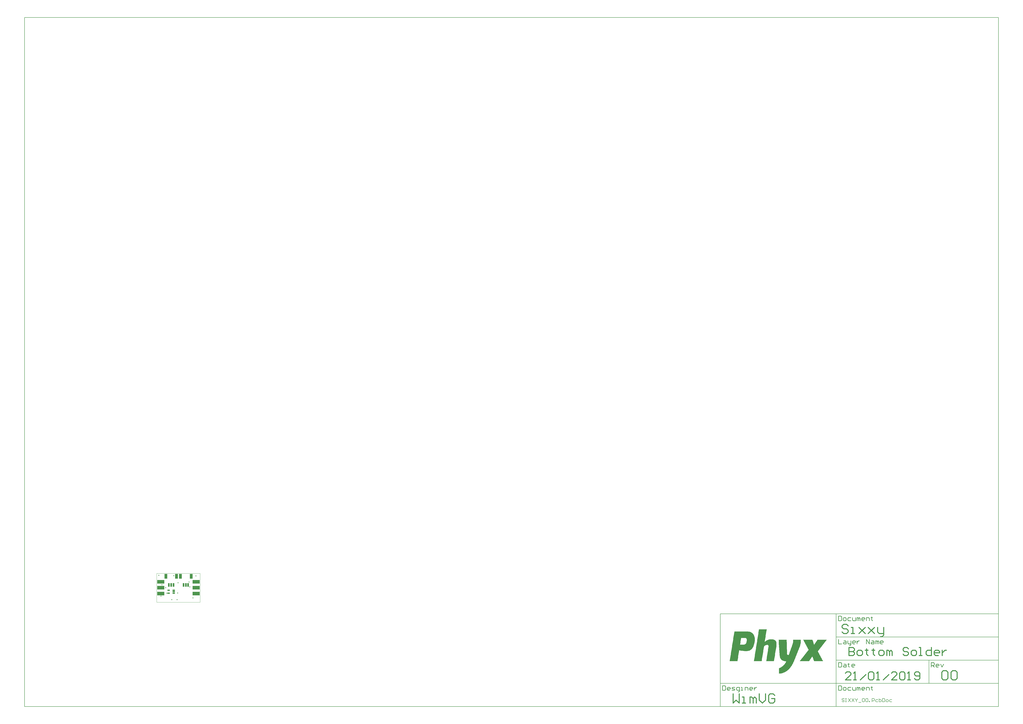
<source format=gbs>
G04*
G04 #@! TF.GenerationSoftware,Altium Limited,Altium Designer,18.1.9 (240)*
G04*
G04 Layer_Color=16711935*
%FSLAX25Y25*%
%MOIN*%
G70*
G01*
G75*
%ADD12C,0.01575*%
%ADD15C,0.00394*%
%ADD16C,0.00787*%
%ADD17C,0.00984*%
%ADD30R,0.12205X0.06299*%
%ADD31R,0.03937X0.01968*%
%ADD32R,0.02756X0.06496*%
%ADD33R,0.05118X0.08268*%
%ADD34C,0.01575*%
G36*
X1004477Y-50003D02*
X1006195D01*
Y-50289D01*
X1007054D01*
Y-50575D01*
X1007913D01*
Y-50862D01*
X1008772D01*
Y-51148D01*
X1009345D01*
Y-51434D01*
X1009631D01*
Y-51720D01*
X1010203D01*
Y-52007D01*
X1010490D01*
Y-52293D01*
X1011062D01*
Y-52579D01*
X1011349D01*
Y-52866D01*
X1011635D01*
Y-53152D01*
X1011921D01*
Y-53438D01*
X1012208D01*
Y-53725D01*
X1012494D01*
Y-54011D01*
X1012780D01*
Y-54297D01*
Y-54584D01*
X1013067D01*
Y-54870D01*
X1013353D01*
Y-55156D01*
Y-55443D01*
X1013639D01*
Y-55729D01*
X1013926D01*
Y-56015D01*
Y-56301D01*
X1014212D01*
Y-56588D01*
Y-56874D01*
Y-57161D01*
X1014498D01*
Y-57447D01*
Y-57733D01*
Y-58019D01*
X1014785D01*
Y-58306D01*
Y-58592D01*
Y-58878D01*
Y-59165D01*
X1015071D01*
Y-59451D01*
Y-59737D01*
Y-60024D01*
Y-60310D01*
Y-60596D01*
X1015357D01*
Y-60883D01*
Y-61169D01*
Y-61455D01*
Y-61742D01*
Y-62028D01*
Y-62314D01*
Y-62600D01*
Y-62887D01*
Y-63173D01*
Y-63459D01*
Y-63746D01*
Y-64032D01*
Y-64318D01*
Y-64605D01*
Y-64891D01*
Y-65177D01*
Y-65464D01*
Y-65750D01*
Y-66036D01*
Y-66322D01*
X1015071D01*
Y-66609D01*
Y-66895D01*
Y-67181D01*
Y-67468D01*
Y-67754D01*
Y-68040D01*
Y-68327D01*
X1014785D01*
Y-68613D01*
Y-68899D01*
Y-69186D01*
Y-69472D01*
Y-69758D01*
X1014498D01*
Y-70044D01*
Y-70331D01*
Y-70617D01*
Y-70903D01*
Y-71190D01*
X1014212D01*
Y-71476D01*
Y-71762D01*
Y-72049D01*
X1013926D01*
Y-72335D01*
Y-72621D01*
Y-72908D01*
Y-73194D01*
X1013639D01*
Y-73480D01*
Y-73767D01*
Y-74053D01*
X1013353D01*
Y-74339D01*
Y-74625D01*
X1013067D01*
Y-74912D01*
Y-75198D01*
Y-75485D01*
X1012780D01*
Y-75771D01*
Y-76057D01*
X1012494D01*
Y-76343D01*
Y-76630D01*
X1012208D01*
Y-76916D01*
Y-77202D01*
X1011921D01*
Y-77489D01*
X1011635D01*
Y-77775D01*
Y-78061D01*
X1011349D01*
Y-78348D01*
X1011062D01*
Y-78634D01*
X1010776D01*
Y-78920D01*
Y-79207D01*
X1010490D01*
Y-79493D01*
X1010203D01*
Y-79779D01*
X1009917D01*
Y-80066D01*
X1009631D01*
Y-80352D01*
X1009345D01*
Y-80638D01*
X1008772D01*
Y-80924D01*
X1008486D01*
Y-81211D01*
X1007913D01*
Y-81497D01*
X1007627D01*
Y-81783D01*
X1007054D01*
Y-82070D01*
X1006195D01*
Y-82356D01*
X1005336D01*
Y-82642D01*
X1004477D01*
Y-82929D01*
X1002759D01*
Y-83215D01*
X997606D01*
Y-82929D01*
X995029D01*
Y-82642D01*
X993025D01*
Y-82356D01*
X991593D01*
Y-82070D01*
X990162D01*
Y-81783D01*
X988730D01*
Y-82070D01*
Y-82356D01*
Y-82642D01*
Y-82929D01*
Y-83215D01*
Y-83501D01*
Y-83788D01*
X988444D01*
Y-84074D01*
Y-84360D01*
Y-84646D01*
Y-84933D01*
Y-85219D01*
Y-85505D01*
X988157D01*
Y-85792D01*
Y-86078D01*
Y-86364D01*
Y-86651D01*
Y-86937D01*
Y-87223D01*
X987871D01*
Y-87510D01*
Y-87796D01*
Y-88082D01*
Y-88369D01*
Y-88655D01*
Y-88941D01*
Y-89227D01*
X987585D01*
Y-89514D01*
Y-89800D01*
Y-90086D01*
Y-90373D01*
Y-90659D01*
Y-90945D01*
X987298D01*
Y-91232D01*
Y-91518D01*
Y-91804D01*
Y-92091D01*
Y-92377D01*
Y-92663D01*
X987012D01*
Y-92950D01*
Y-93236D01*
Y-93522D01*
Y-93809D01*
Y-94095D01*
Y-94381D01*
Y-94667D01*
X986726D01*
Y-94954D01*
Y-95240D01*
Y-95526D01*
Y-95813D01*
Y-96099D01*
Y-96385D01*
X986440D01*
Y-96672D01*
Y-96958D01*
Y-97244D01*
Y-97531D01*
Y-97817D01*
Y-98103D01*
X986153D01*
Y-98390D01*
Y-98676D01*
Y-98962D01*
Y-99248D01*
Y-99535D01*
Y-99821D01*
Y-100107D01*
X972696D01*
Y-99821D01*
X972983D01*
Y-99535D01*
Y-99248D01*
Y-98962D01*
Y-98676D01*
Y-98390D01*
X973269D01*
Y-98103D01*
Y-97817D01*
Y-97531D01*
Y-97244D01*
Y-96958D01*
Y-96672D01*
Y-96385D01*
X973555D01*
Y-96099D01*
Y-95813D01*
Y-95526D01*
Y-95240D01*
Y-94954D01*
Y-94667D01*
X973842D01*
Y-94381D01*
Y-94095D01*
Y-93809D01*
Y-93522D01*
Y-93236D01*
Y-92950D01*
X974128D01*
Y-92663D01*
Y-92377D01*
Y-92091D01*
Y-91804D01*
Y-91518D01*
Y-91232D01*
Y-90945D01*
X974414D01*
Y-90659D01*
Y-90373D01*
Y-90086D01*
Y-89800D01*
Y-89514D01*
Y-89227D01*
X974701D01*
Y-88941D01*
Y-88655D01*
Y-88369D01*
Y-88082D01*
Y-87796D01*
Y-87510D01*
X974987D01*
Y-87223D01*
Y-86937D01*
Y-86651D01*
Y-86364D01*
Y-86078D01*
Y-85792D01*
X975273D01*
Y-85505D01*
Y-85219D01*
Y-84933D01*
Y-84646D01*
Y-84360D01*
Y-84074D01*
Y-83788D01*
X975560D01*
Y-83501D01*
Y-83215D01*
Y-82929D01*
Y-82642D01*
Y-82356D01*
Y-82070D01*
X975846D01*
Y-81783D01*
Y-81497D01*
Y-81211D01*
Y-80924D01*
Y-80638D01*
Y-80352D01*
X976132D01*
Y-80066D01*
Y-79779D01*
Y-79493D01*
Y-79207D01*
Y-78920D01*
Y-78634D01*
X976419D01*
Y-78348D01*
Y-78061D01*
Y-77775D01*
Y-77489D01*
Y-77202D01*
Y-76916D01*
Y-76630D01*
X976705D01*
Y-76343D01*
Y-76057D01*
Y-75771D01*
Y-75485D01*
Y-75198D01*
Y-74912D01*
X976991D01*
Y-74625D01*
Y-74339D01*
Y-74053D01*
Y-73767D01*
Y-73480D01*
Y-73194D01*
X977277D01*
Y-72908D01*
Y-72621D01*
Y-72335D01*
Y-72049D01*
Y-71762D01*
Y-71476D01*
Y-71190D01*
X977564D01*
Y-70903D01*
Y-70617D01*
Y-70331D01*
Y-70044D01*
Y-69758D01*
Y-69472D01*
X977850D01*
Y-69186D01*
Y-68899D01*
Y-68613D01*
Y-68327D01*
Y-68040D01*
Y-67754D01*
X978137D01*
Y-67468D01*
Y-67181D01*
Y-66895D01*
Y-66609D01*
Y-66322D01*
Y-66036D01*
X978423D01*
Y-65750D01*
Y-65464D01*
Y-65177D01*
Y-64891D01*
Y-64605D01*
Y-64318D01*
Y-64032D01*
X978709D01*
Y-63746D01*
Y-63459D01*
Y-63173D01*
Y-62887D01*
Y-62600D01*
Y-62314D01*
X978995D01*
Y-62028D01*
Y-61742D01*
Y-61455D01*
Y-61169D01*
Y-60883D01*
Y-60596D01*
X979282D01*
Y-60310D01*
Y-60024D01*
Y-59737D01*
Y-59451D01*
Y-59165D01*
Y-58878D01*
Y-58592D01*
X979568D01*
Y-58306D01*
Y-58019D01*
Y-57733D01*
Y-57447D01*
Y-57161D01*
Y-56874D01*
X979854D01*
Y-56588D01*
Y-56301D01*
Y-56015D01*
Y-55729D01*
Y-55443D01*
Y-55156D01*
X980141D01*
Y-54870D01*
Y-54584D01*
Y-54297D01*
Y-54011D01*
Y-53725D01*
Y-53438D01*
Y-53152D01*
X980427D01*
Y-52866D01*
Y-52579D01*
Y-52293D01*
Y-52007D01*
Y-51720D01*
Y-51434D01*
X980713D01*
Y-51148D01*
Y-50862D01*
Y-50575D01*
Y-50289D01*
Y-50003D01*
Y-49716D01*
X1004477D01*
Y-50003D01*
D02*
G37*
G36*
X1035685Y-46567D02*
Y-46853D01*
X1035399D01*
Y-47139D01*
Y-47426D01*
Y-47712D01*
Y-47998D01*
Y-48285D01*
Y-48571D01*
X1035113D01*
Y-48857D01*
Y-49144D01*
Y-49430D01*
Y-49716D01*
Y-50003D01*
Y-50289D01*
X1034826D01*
Y-50575D01*
Y-50862D01*
Y-51148D01*
Y-51434D01*
Y-51720D01*
Y-52007D01*
Y-52293D01*
X1034540D01*
Y-52579D01*
Y-52866D01*
Y-53152D01*
Y-53438D01*
Y-53725D01*
Y-54011D01*
X1034254D01*
Y-54297D01*
Y-54584D01*
Y-54870D01*
Y-55156D01*
Y-55443D01*
Y-55729D01*
X1033967D01*
Y-56015D01*
Y-56301D01*
Y-56588D01*
Y-56874D01*
Y-57161D01*
Y-57447D01*
Y-57733D01*
X1033681D01*
Y-58019D01*
Y-58306D01*
Y-58592D01*
Y-58878D01*
Y-59165D01*
Y-59451D01*
X1033395D01*
Y-59737D01*
Y-60024D01*
Y-60310D01*
Y-60596D01*
Y-60883D01*
Y-61169D01*
X1033109D01*
Y-61455D01*
Y-61742D01*
Y-62028D01*
Y-62314D01*
Y-62600D01*
Y-62887D01*
X1032822D01*
Y-63173D01*
Y-63459D01*
Y-63746D01*
Y-64032D01*
Y-64318D01*
Y-64605D01*
Y-64891D01*
X1032536D01*
Y-65177D01*
Y-65464D01*
Y-65750D01*
Y-66036D01*
Y-66322D01*
Y-66609D01*
X1032250D01*
Y-66895D01*
Y-67181D01*
X1032822D01*
Y-66895D01*
X1033109D01*
Y-66609D01*
X1033395D01*
Y-66322D01*
X1033967D01*
Y-66036D01*
X1034254D01*
Y-65750D01*
X1034540D01*
Y-65464D01*
X1035113D01*
Y-65177D01*
X1035685D01*
Y-64891D01*
X1035972D01*
Y-64605D01*
X1036544D01*
Y-64318D01*
X1037403D01*
Y-64032D01*
X1037976D01*
Y-63746D01*
X1038835D01*
Y-63459D01*
X1040266D01*
Y-63173D01*
X1046565D01*
Y-63459D01*
X1047711D01*
Y-63746D01*
X1048569D01*
Y-64032D01*
X1049142D01*
Y-64318D01*
X1049428D01*
Y-64605D01*
X1050001D01*
Y-64891D01*
X1050287D01*
Y-65177D01*
X1050574D01*
Y-65464D01*
X1050860D01*
Y-65750D01*
X1051146D01*
Y-66036D01*
Y-66322D01*
X1051433D01*
Y-66609D01*
Y-66895D01*
X1051719D01*
Y-67181D01*
Y-67468D01*
Y-67754D01*
X1052005D01*
Y-68040D01*
Y-68327D01*
Y-68613D01*
Y-68899D01*
X1052291D01*
Y-69186D01*
Y-69472D01*
Y-69758D01*
Y-70044D01*
Y-70331D01*
Y-70617D01*
Y-70903D01*
Y-71190D01*
Y-71476D01*
Y-71762D01*
Y-72049D01*
Y-72335D01*
Y-72621D01*
Y-72908D01*
Y-73194D01*
Y-73480D01*
Y-73767D01*
Y-74053D01*
X1052005D01*
Y-74339D01*
Y-74625D01*
Y-74912D01*
Y-75198D01*
Y-75485D01*
Y-75771D01*
Y-76057D01*
X1051719D01*
Y-76343D01*
Y-76630D01*
Y-76916D01*
Y-77202D01*
Y-77489D01*
Y-77775D01*
Y-78061D01*
X1051433D01*
Y-78348D01*
Y-78634D01*
Y-78920D01*
Y-79207D01*
Y-79493D01*
Y-79779D01*
X1051146D01*
Y-80066D01*
Y-80352D01*
Y-80638D01*
Y-80924D01*
Y-81211D01*
Y-81497D01*
X1050860D01*
Y-81783D01*
Y-82070D01*
Y-82356D01*
Y-82642D01*
Y-82929D01*
Y-83215D01*
X1050574D01*
Y-83501D01*
Y-83788D01*
Y-84074D01*
Y-84360D01*
Y-84646D01*
Y-84933D01*
Y-85219D01*
X1050287D01*
Y-85505D01*
Y-85792D01*
Y-86078D01*
Y-86364D01*
Y-86651D01*
Y-86937D01*
X1050001D01*
Y-87223D01*
Y-87510D01*
Y-87796D01*
Y-88082D01*
Y-88369D01*
Y-88655D01*
X1049715D01*
Y-88941D01*
Y-89227D01*
Y-89514D01*
Y-89800D01*
Y-90086D01*
Y-90373D01*
Y-90659D01*
X1049428D01*
Y-90945D01*
Y-91232D01*
Y-91518D01*
Y-91804D01*
Y-92091D01*
Y-92377D01*
X1049142D01*
Y-92663D01*
Y-92950D01*
Y-93236D01*
Y-93522D01*
Y-93809D01*
Y-94095D01*
X1048856D01*
Y-94381D01*
Y-94667D01*
Y-94954D01*
Y-95240D01*
Y-95526D01*
Y-95813D01*
X1048569D01*
Y-96099D01*
Y-96385D01*
Y-96672D01*
Y-96958D01*
Y-97244D01*
Y-97531D01*
Y-97817D01*
X1048283D01*
Y-98103D01*
Y-98390D01*
Y-98676D01*
Y-98962D01*
Y-99248D01*
Y-99535D01*
X1047997D01*
Y-99821D01*
Y-100107D01*
X1034826D01*
Y-99821D01*
Y-99535D01*
X1035113D01*
Y-99248D01*
Y-98962D01*
Y-98676D01*
Y-98390D01*
Y-98103D01*
Y-97817D01*
X1035399D01*
Y-97531D01*
Y-97244D01*
Y-96958D01*
Y-96672D01*
Y-96385D01*
Y-96099D01*
Y-95813D01*
X1035685D01*
Y-95526D01*
Y-95240D01*
Y-94954D01*
Y-94667D01*
Y-94381D01*
Y-94095D01*
X1035972D01*
Y-93809D01*
Y-93522D01*
Y-93236D01*
Y-92950D01*
Y-92663D01*
Y-92377D01*
X1036258D01*
Y-92091D01*
Y-91804D01*
Y-91518D01*
Y-91232D01*
Y-90945D01*
Y-90659D01*
Y-90373D01*
X1036544D01*
Y-90086D01*
Y-89800D01*
Y-89514D01*
Y-89227D01*
Y-88941D01*
Y-88655D01*
X1036831D01*
Y-88369D01*
Y-88082D01*
Y-87796D01*
Y-87510D01*
Y-87223D01*
Y-86937D01*
Y-86651D01*
X1037117D01*
Y-86364D01*
Y-86078D01*
Y-85792D01*
Y-85505D01*
Y-85219D01*
Y-84933D01*
X1037403D01*
Y-84646D01*
Y-84360D01*
Y-84074D01*
Y-83788D01*
Y-83501D01*
Y-83215D01*
X1037689D01*
Y-82929D01*
Y-82642D01*
Y-82356D01*
Y-82070D01*
Y-81783D01*
Y-81497D01*
X1037976D01*
Y-81211D01*
Y-80924D01*
Y-80638D01*
Y-80352D01*
Y-80066D01*
Y-79779D01*
Y-79493D01*
X1038262D01*
Y-79207D01*
Y-78920D01*
Y-78634D01*
Y-78348D01*
Y-78061D01*
Y-77775D01*
X1038548D01*
Y-77489D01*
Y-77202D01*
Y-76916D01*
Y-76630D01*
Y-76343D01*
Y-76057D01*
Y-75771D01*
X1038835D01*
Y-75485D01*
Y-75198D01*
Y-74912D01*
Y-74625D01*
Y-74339D01*
Y-74053D01*
X1038548D01*
Y-73767D01*
Y-73480D01*
X1038262D01*
Y-73194D01*
X1037976D01*
Y-72908D01*
X1037403D01*
Y-72621D01*
X1035685D01*
Y-72908D01*
X1034254D01*
Y-73194D01*
X1033395D01*
Y-73480D01*
X1032822D01*
Y-73767D01*
X1032536D01*
Y-74053D01*
X1031963D01*
Y-74339D01*
X1031677D01*
Y-74625D01*
X1031391D01*
Y-74912D01*
Y-75198D01*
X1031104D01*
Y-75485D01*
Y-75771D01*
Y-76057D01*
X1030818D01*
Y-76343D01*
Y-76630D01*
Y-76916D01*
Y-77202D01*
Y-77489D01*
Y-77775D01*
X1030532D01*
Y-78061D01*
Y-78348D01*
Y-78634D01*
Y-78920D01*
Y-79207D01*
Y-79493D01*
Y-79779D01*
X1030245D01*
Y-80066D01*
Y-80352D01*
Y-80638D01*
Y-80924D01*
Y-81211D01*
Y-81497D01*
X1029959D01*
Y-81783D01*
Y-82070D01*
Y-82356D01*
Y-82642D01*
Y-82929D01*
Y-83215D01*
X1029673D01*
Y-83501D01*
Y-83788D01*
Y-84074D01*
Y-84360D01*
Y-84646D01*
Y-84933D01*
X1029387D01*
Y-85219D01*
Y-85505D01*
Y-85792D01*
Y-86078D01*
Y-86364D01*
Y-86651D01*
Y-86937D01*
X1029100D01*
Y-87223D01*
Y-87510D01*
Y-87796D01*
Y-88082D01*
Y-88369D01*
Y-88655D01*
X1028814D01*
Y-88941D01*
Y-89227D01*
Y-89514D01*
Y-89800D01*
Y-90086D01*
Y-90373D01*
X1028528D01*
Y-90659D01*
Y-90945D01*
Y-91232D01*
Y-91518D01*
Y-91804D01*
Y-92091D01*
Y-92377D01*
X1028241D01*
Y-92663D01*
Y-92950D01*
Y-93236D01*
Y-93522D01*
Y-93809D01*
Y-94095D01*
X1027955D01*
Y-94381D01*
Y-94667D01*
Y-94954D01*
Y-95240D01*
Y-95526D01*
Y-95813D01*
X1027669D01*
Y-96099D01*
Y-96385D01*
Y-96672D01*
Y-96958D01*
Y-97244D01*
Y-97531D01*
X1027382D01*
Y-97817D01*
Y-98103D01*
Y-98390D01*
Y-98676D01*
Y-98962D01*
Y-99248D01*
Y-99535D01*
X1027096D01*
Y-99821D01*
Y-100107D01*
X1013926D01*
Y-99821D01*
Y-99535D01*
X1014212D01*
Y-99248D01*
Y-98962D01*
Y-98676D01*
Y-98390D01*
Y-98103D01*
Y-97817D01*
Y-97531D01*
X1014498D01*
Y-97244D01*
Y-96958D01*
Y-96672D01*
Y-96385D01*
Y-96099D01*
Y-95813D01*
X1014785D01*
Y-95526D01*
Y-95240D01*
Y-94954D01*
Y-94667D01*
Y-94381D01*
Y-94095D01*
X1015071D01*
Y-93809D01*
Y-93522D01*
Y-93236D01*
Y-92950D01*
Y-92663D01*
Y-92377D01*
Y-92091D01*
X1015357D01*
Y-91804D01*
Y-91518D01*
Y-91232D01*
Y-90945D01*
Y-90659D01*
Y-90373D01*
X1015643D01*
Y-90086D01*
Y-89800D01*
Y-89514D01*
Y-89227D01*
Y-88941D01*
Y-88655D01*
X1015930D01*
Y-88369D01*
Y-88082D01*
Y-87796D01*
Y-87510D01*
Y-87223D01*
Y-86937D01*
X1016216D01*
Y-86651D01*
Y-86364D01*
Y-86078D01*
Y-85792D01*
Y-85505D01*
Y-85219D01*
Y-84933D01*
X1016502D01*
Y-84646D01*
Y-84360D01*
Y-84074D01*
Y-83788D01*
Y-83501D01*
Y-83215D01*
X1016789D01*
Y-82929D01*
Y-82642D01*
Y-82356D01*
Y-82070D01*
Y-81783D01*
Y-81497D01*
X1017075D01*
Y-81211D01*
Y-80924D01*
Y-80638D01*
Y-80352D01*
Y-80066D01*
Y-79779D01*
Y-79493D01*
X1017361D01*
Y-79207D01*
Y-78920D01*
Y-78634D01*
Y-78348D01*
Y-78061D01*
Y-77775D01*
X1017648D01*
Y-77489D01*
Y-77202D01*
Y-76916D01*
Y-76630D01*
Y-76343D01*
Y-76057D01*
X1017934D01*
Y-75771D01*
Y-75485D01*
Y-75198D01*
Y-74912D01*
Y-74625D01*
Y-74339D01*
X1018220D01*
Y-74053D01*
Y-73767D01*
Y-73480D01*
Y-73194D01*
Y-72908D01*
Y-72621D01*
Y-72335D01*
X1018507D01*
Y-72049D01*
Y-71762D01*
Y-71476D01*
Y-71190D01*
Y-70903D01*
Y-70617D01*
X1018793D01*
Y-70331D01*
Y-70044D01*
Y-69758D01*
Y-69472D01*
Y-69186D01*
Y-68899D01*
X1019079D01*
Y-68613D01*
Y-68327D01*
Y-68040D01*
Y-67754D01*
Y-67468D01*
Y-67181D01*
X1019366D01*
Y-66895D01*
Y-66609D01*
Y-66322D01*
Y-66036D01*
Y-65750D01*
Y-65464D01*
Y-65177D01*
X1019652D01*
Y-64891D01*
Y-64605D01*
Y-64318D01*
Y-64032D01*
Y-63746D01*
Y-63459D01*
X1019938D01*
Y-63173D01*
Y-62887D01*
Y-62600D01*
Y-62314D01*
Y-62028D01*
Y-61742D01*
X1020224D01*
Y-61455D01*
Y-61169D01*
Y-60883D01*
Y-60596D01*
Y-60310D01*
Y-60024D01*
Y-59737D01*
X1020511D01*
Y-59451D01*
Y-59165D01*
Y-58878D01*
Y-58592D01*
Y-58306D01*
Y-58019D01*
X1020797D01*
Y-57733D01*
Y-57447D01*
Y-57161D01*
Y-56874D01*
Y-56588D01*
Y-56301D01*
X1021083D01*
Y-56015D01*
Y-55729D01*
Y-55443D01*
Y-55156D01*
Y-54870D01*
Y-54584D01*
X1021370D01*
Y-54297D01*
Y-54011D01*
Y-53725D01*
Y-53438D01*
Y-53152D01*
Y-52866D01*
Y-52579D01*
X1021656D01*
Y-52293D01*
Y-52007D01*
Y-51720D01*
Y-51434D01*
Y-51148D01*
Y-50862D01*
X1021942D01*
Y-50575D01*
Y-50289D01*
Y-50003D01*
Y-49716D01*
Y-49430D01*
Y-49144D01*
X1022229D01*
Y-48857D01*
Y-48571D01*
Y-48285D01*
Y-47998D01*
Y-47712D01*
Y-47426D01*
Y-47139D01*
X1022515D01*
Y-46853D01*
Y-46567D01*
Y-46281D01*
X1035685D01*
Y-46567D01*
D02*
G37*
G36*
X1137613Y-64032D02*
X1137326D01*
Y-64318D01*
X1137040D01*
Y-64605D01*
Y-64891D01*
X1136754D01*
Y-65177D01*
X1136467D01*
Y-65464D01*
X1136181D01*
Y-65750D01*
Y-66036D01*
X1135895D01*
Y-66322D01*
X1135608D01*
Y-66609D01*
X1135322D01*
Y-66895D01*
X1135036D01*
Y-67181D01*
Y-67468D01*
X1134750D01*
Y-67754D01*
X1134463D01*
Y-68040D01*
X1134177D01*
Y-68327D01*
Y-68613D01*
X1133891D01*
Y-68899D01*
X1133604D01*
Y-69186D01*
X1133318D01*
Y-69472D01*
X1133032D01*
Y-69758D01*
Y-70044D01*
X1132745D01*
Y-70331D01*
X1132459D01*
Y-70617D01*
X1132173D01*
Y-70903D01*
Y-71190D01*
X1131886D01*
Y-71476D01*
X1131600D01*
Y-71762D01*
X1131314D01*
Y-72049D01*
Y-72335D01*
X1131028D01*
Y-72621D01*
X1130741D01*
Y-72908D01*
X1130455D01*
Y-73194D01*
X1130169D01*
Y-73480D01*
Y-73767D01*
X1129882D01*
Y-74053D01*
X1129596D01*
Y-74339D01*
X1129310D01*
Y-74625D01*
Y-74912D01*
X1129023D01*
Y-75198D01*
X1128737D01*
Y-75485D01*
X1128451D01*
Y-75771D01*
Y-76057D01*
X1128164D01*
Y-76343D01*
X1127878D01*
Y-76630D01*
X1127592D01*
Y-76916D01*
X1127306D01*
Y-77202D01*
Y-77489D01*
X1127019D01*
Y-77775D01*
X1126733D01*
Y-78061D01*
X1126447D01*
Y-78348D01*
Y-78634D01*
X1126160D01*
Y-78920D01*
X1125874D01*
Y-79207D01*
X1125588D01*
Y-79493D01*
Y-79779D01*
X1125301D01*
Y-80066D01*
X1125015D01*
Y-80352D01*
X1124729D01*
Y-80638D01*
X1124442D01*
Y-80924D01*
Y-81211D01*
X1124156D01*
Y-81497D01*
X1123870D01*
Y-81783D01*
X1123583D01*
Y-82070D01*
Y-82356D01*
X1123297D01*
Y-82642D01*
X1123011D01*
Y-82929D01*
X1122725D01*
Y-83215D01*
X1122438D01*
Y-83501D01*
Y-83788D01*
X1122725D01*
Y-84074D01*
Y-84360D01*
X1123011D01*
Y-84646D01*
Y-84933D01*
X1123297D01*
Y-85219D01*
X1123583D01*
Y-85505D01*
Y-85792D01*
X1123870D01*
Y-86078D01*
Y-86364D01*
X1124156D01*
Y-86651D01*
Y-86937D01*
X1124442D01*
Y-87223D01*
Y-87510D01*
X1124729D01*
Y-87796D01*
Y-88082D01*
X1125015D01*
Y-88369D01*
Y-88655D01*
X1125301D01*
Y-88941D01*
Y-89227D01*
X1125588D01*
Y-89514D01*
Y-89800D01*
X1125874D01*
Y-90086D01*
X1126160D01*
Y-90373D01*
Y-90659D01*
X1126447D01*
Y-90945D01*
Y-91232D01*
X1126733D01*
Y-91518D01*
Y-91804D01*
X1127019D01*
Y-92091D01*
Y-92377D01*
X1127306D01*
Y-92663D01*
Y-92950D01*
X1127592D01*
Y-93236D01*
Y-93522D01*
X1127878D01*
Y-93809D01*
Y-94095D01*
X1128164D01*
Y-94381D01*
X1128451D01*
Y-94667D01*
Y-94954D01*
X1128737D01*
Y-95240D01*
Y-95526D01*
X1129023D01*
Y-95813D01*
Y-96099D01*
X1129310D01*
Y-96385D01*
Y-96672D01*
X1129596D01*
Y-96958D01*
Y-97244D01*
X1129882D01*
Y-97531D01*
Y-97817D01*
X1130169D01*
Y-98103D01*
Y-98390D01*
X1130455D01*
Y-98676D01*
X1130741D01*
Y-98962D01*
Y-99248D01*
X1131028D01*
Y-99535D01*
Y-99821D01*
X1131314D01*
Y-100107D01*
X1116139D01*
Y-99821D01*
X1115853D01*
Y-99535D01*
Y-99248D01*
Y-98962D01*
X1115567D01*
Y-98676D01*
Y-98390D01*
Y-98103D01*
X1115280D01*
Y-97817D01*
Y-97531D01*
X1114994D01*
Y-97244D01*
Y-96958D01*
Y-96672D01*
X1114708D01*
Y-96385D01*
Y-96099D01*
Y-95813D01*
X1114421D01*
Y-95526D01*
Y-95240D01*
X1114135D01*
Y-94954D01*
Y-94667D01*
Y-94381D01*
X1113849D01*
Y-94095D01*
Y-93809D01*
Y-93522D01*
X1113562D01*
Y-93236D01*
Y-92950D01*
Y-92663D01*
X1113276D01*
Y-92377D01*
X1112704D01*
Y-92663D01*
Y-92950D01*
X1112417D01*
Y-93236D01*
X1112131D01*
Y-93522D01*
Y-93809D01*
X1111845D01*
Y-94095D01*
X1111558D01*
Y-94381D01*
Y-94667D01*
X1111272D01*
Y-94954D01*
X1110986D01*
Y-95240D01*
Y-95526D01*
X1110699D01*
Y-95813D01*
X1110413D01*
Y-96099D01*
X1110127D01*
Y-96385D01*
Y-96672D01*
X1109840D01*
Y-96958D01*
X1109554D01*
Y-97244D01*
Y-97531D01*
X1109268D01*
Y-97817D01*
X1108981D01*
Y-98103D01*
Y-98390D01*
X1108695D01*
Y-98676D01*
X1108409D01*
Y-98962D01*
Y-99248D01*
X1108123D01*
Y-99535D01*
X1107836D01*
Y-99821D01*
Y-100107D01*
X1091803D01*
Y-99821D01*
X1092089D01*
Y-99535D01*
X1092375D01*
Y-99248D01*
X1092662D01*
Y-98962D01*
X1092948D01*
Y-98676D01*
Y-98390D01*
X1093234D01*
Y-98103D01*
X1093521D01*
Y-97817D01*
X1093807D01*
Y-97531D01*
X1094093D01*
Y-97244D01*
Y-96958D01*
X1094380D01*
Y-96672D01*
X1094666D01*
Y-96385D01*
X1094952D01*
Y-96099D01*
Y-95813D01*
X1095238D01*
Y-95526D01*
X1095525D01*
Y-95240D01*
X1095811D01*
Y-94954D01*
X1096097D01*
Y-94667D01*
Y-94381D01*
X1096384D01*
Y-94095D01*
X1096670D01*
Y-93809D01*
X1096956D01*
Y-93522D01*
X1097243D01*
Y-93236D01*
Y-92950D01*
X1097529D01*
Y-92663D01*
X1097815D01*
Y-92377D01*
X1098102D01*
Y-92091D01*
Y-91804D01*
X1098388D01*
Y-91518D01*
X1098674D01*
Y-91232D01*
X1098960D01*
Y-90945D01*
X1099247D01*
Y-90659D01*
Y-90373D01*
X1099533D01*
Y-90086D01*
X1099819D01*
Y-89800D01*
X1100106D01*
Y-89514D01*
Y-89227D01*
X1100392D01*
Y-88941D01*
X1100678D01*
Y-88655D01*
X1100965D01*
Y-88369D01*
X1101251D01*
Y-88082D01*
Y-87796D01*
X1101537D01*
Y-87510D01*
X1101824D01*
Y-87223D01*
X1102110D01*
Y-86937D01*
Y-86651D01*
X1102396D01*
Y-86364D01*
X1102683D01*
Y-86078D01*
X1102969D01*
Y-85792D01*
X1103255D01*
Y-85505D01*
Y-85219D01*
X1103541D01*
Y-84933D01*
X1103828D01*
Y-84646D01*
X1104114D01*
Y-84360D01*
X1104400D01*
Y-84074D01*
Y-83788D01*
X1104687D01*
Y-83501D01*
X1104973D01*
Y-83215D01*
X1105259D01*
Y-82929D01*
Y-82642D01*
X1105546D01*
Y-82356D01*
X1105832D01*
Y-82070D01*
X1106118D01*
Y-81783D01*
X1106405D01*
Y-81497D01*
Y-81211D01*
X1106691D01*
Y-80924D01*
Y-80638D01*
Y-80352D01*
X1106405D01*
Y-80066D01*
X1106118D01*
Y-79779D01*
Y-79493D01*
X1105832D01*
Y-79207D01*
Y-78920D01*
X1105546D01*
Y-78634D01*
Y-78348D01*
X1105259D01*
Y-78061D01*
Y-77775D01*
X1104973D01*
Y-77489D01*
Y-77202D01*
X1104687D01*
Y-76916D01*
Y-76630D01*
X1104400D01*
Y-76343D01*
X1104114D01*
Y-76057D01*
Y-75771D01*
X1103828D01*
Y-75485D01*
Y-75198D01*
X1103541D01*
Y-74912D01*
Y-74625D01*
X1103255D01*
Y-74339D01*
Y-74053D01*
X1102969D01*
Y-73767D01*
Y-73480D01*
X1102683D01*
Y-73194D01*
Y-72908D01*
X1102396D01*
Y-72621D01*
X1102110D01*
Y-72335D01*
Y-72049D01*
X1101824D01*
Y-71762D01*
Y-71476D01*
X1101537D01*
Y-71190D01*
Y-70903D01*
X1101251D01*
Y-70617D01*
Y-70331D01*
X1100965D01*
Y-70044D01*
Y-69758D01*
X1100678D01*
Y-69472D01*
Y-69186D01*
X1100392D01*
Y-68899D01*
Y-68613D01*
X1100106D01*
Y-68327D01*
X1099819D01*
Y-68040D01*
Y-67754D01*
X1099533D01*
Y-67468D01*
Y-67181D01*
X1099247D01*
Y-66895D01*
Y-66609D01*
X1098960D01*
Y-66322D01*
Y-66036D01*
X1098674D01*
Y-65750D01*
Y-65464D01*
X1098388D01*
Y-65177D01*
Y-64891D01*
X1098102D01*
Y-64605D01*
X1097815D01*
Y-64318D01*
Y-64032D01*
X1097529D01*
Y-63746D01*
X1113276D01*
Y-64032D01*
X1113562D01*
Y-64318D01*
Y-64605D01*
Y-64891D01*
X1113849D01*
Y-65177D01*
Y-65464D01*
Y-65750D01*
X1114135D01*
Y-66036D01*
Y-66322D01*
Y-66609D01*
X1114421D01*
Y-66895D01*
Y-67181D01*
Y-67468D01*
X1114708D01*
Y-67754D01*
Y-68040D01*
Y-68327D01*
X1114994D01*
Y-68613D01*
Y-68899D01*
Y-69186D01*
X1115280D01*
Y-69472D01*
Y-69758D01*
Y-70044D01*
X1115567D01*
Y-70331D01*
Y-70617D01*
Y-70903D01*
X1115853D01*
Y-71190D01*
Y-71476D01*
Y-71762D01*
Y-72049D01*
X1116426D01*
Y-71762D01*
X1116712D01*
Y-71476D01*
X1116998D01*
Y-71190D01*
Y-70903D01*
X1117284D01*
Y-70617D01*
X1117571D01*
Y-70331D01*
Y-70044D01*
X1117857D01*
Y-69758D01*
X1118143D01*
Y-69472D01*
Y-69186D01*
X1118430D01*
Y-68899D01*
X1118716D01*
Y-68613D01*
Y-68327D01*
X1119002D01*
Y-68040D01*
X1119289D01*
Y-67754D01*
Y-67468D01*
X1119575D01*
Y-67181D01*
X1119861D01*
Y-66895D01*
Y-66609D01*
X1120148D01*
Y-66322D01*
X1120434D01*
Y-66036D01*
Y-65750D01*
X1120720D01*
Y-65464D01*
X1121007D01*
Y-65177D01*
Y-64891D01*
X1121293D01*
Y-64605D01*
X1121579D01*
Y-64318D01*
Y-64032D01*
X1121865D01*
Y-63746D01*
X1137613D01*
Y-64032D01*
D02*
G37*
G36*
X1093521D02*
Y-64318D01*
Y-64605D01*
Y-64891D01*
Y-65177D01*
Y-65464D01*
Y-65750D01*
Y-66036D01*
Y-66322D01*
Y-66609D01*
Y-66895D01*
Y-67181D01*
Y-67468D01*
Y-67754D01*
Y-68040D01*
Y-68327D01*
Y-68613D01*
Y-68899D01*
Y-69186D01*
Y-69472D01*
Y-69758D01*
X1093234D01*
Y-70044D01*
Y-70331D01*
Y-70617D01*
Y-70903D01*
Y-71190D01*
X1092948D01*
Y-71476D01*
Y-71762D01*
Y-72049D01*
Y-72335D01*
X1092662D01*
Y-72621D01*
Y-72908D01*
Y-73194D01*
Y-73480D01*
X1092375D01*
Y-73767D01*
Y-74053D01*
Y-74339D01*
X1092089D01*
Y-74625D01*
Y-74912D01*
Y-75198D01*
X1091803D01*
Y-75485D01*
Y-75771D01*
Y-76057D01*
X1091516D01*
Y-76343D01*
Y-76630D01*
Y-76916D01*
X1091230D01*
Y-77202D01*
Y-77489D01*
X1090944D01*
Y-77775D01*
Y-78061D01*
X1090657D01*
Y-78348D01*
Y-78634D01*
Y-78920D01*
X1090371D01*
Y-79207D01*
Y-79493D01*
X1090085D01*
Y-79779D01*
Y-80066D01*
Y-80352D01*
X1089799D01*
Y-80638D01*
Y-80924D01*
X1089512D01*
Y-81211D01*
Y-81497D01*
Y-81783D01*
X1089226D01*
Y-82070D01*
Y-82356D01*
X1088939D01*
Y-82642D01*
Y-82929D01*
Y-83215D01*
X1088653D01*
Y-83501D01*
Y-83788D01*
X1088367D01*
Y-84074D01*
Y-84360D01*
Y-84646D01*
X1088081D01*
Y-84933D01*
Y-85219D01*
X1087794D01*
Y-85505D01*
Y-85792D01*
Y-86078D01*
X1087508D01*
Y-86364D01*
Y-86651D01*
X1087222D01*
Y-86937D01*
Y-87223D01*
Y-87510D01*
X1086935D01*
Y-87796D01*
Y-88082D01*
X1086649D01*
Y-88369D01*
Y-88655D01*
Y-88941D01*
X1086363D01*
Y-89227D01*
Y-89514D01*
X1086076D01*
Y-89800D01*
Y-90086D01*
Y-90373D01*
X1085790D01*
Y-90659D01*
Y-90945D01*
X1085504D01*
Y-91232D01*
Y-91518D01*
Y-91804D01*
X1085217D01*
Y-92091D01*
Y-92377D01*
X1084931D01*
Y-92663D01*
Y-92950D01*
Y-93236D01*
X1084645D01*
Y-93522D01*
Y-93809D01*
X1084359D01*
Y-94095D01*
Y-94381D01*
Y-94667D01*
X1084072D01*
Y-94954D01*
Y-95240D01*
X1083786D01*
Y-95526D01*
Y-95813D01*
Y-96099D01*
X1083500D01*
Y-96385D01*
Y-96672D01*
X1083213D01*
Y-96958D01*
Y-97244D01*
Y-97531D01*
X1082927D01*
Y-97817D01*
Y-98103D01*
X1082641D01*
Y-98390D01*
Y-98676D01*
Y-98962D01*
X1082354D01*
Y-99248D01*
Y-99535D01*
X1082068D01*
Y-99821D01*
Y-100107D01*
Y-100394D01*
X1081782D01*
Y-100680D01*
Y-100966D01*
X1081495D01*
Y-101253D01*
Y-101539D01*
X1081209D01*
Y-101825D01*
Y-102112D01*
X1080923D01*
Y-102398D01*
Y-102684D01*
Y-102971D01*
X1080637D01*
Y-103257D01*
X1080350D01*
Y-103543D01*
Y-103829D01*
Y-104116D01*
X1080064D01*
Y-104402D01*
X1079778D01*
Y-104688D01*
Y-104975D01*
X1079491D01*
Y-105261D01*
Y-105547D01*
X1079205D01*
Y-105834D01*
Y-106120D01*
X1078919D01*
Y-106406D01*
Y-106693D01*
X1078632D01*
Y-106979D01*
X1078346D01*
Y-107265D01*
Y-107552D01*
X1078060D01*
Y-107838D01*
Y-108124D01*
X1077773D01*
Y-108410D01*
X1077487D01*
Y-108697D01*
X1077201D01*
Y-108983D01*
Y-109269D01*
X1076914D01*
Y-109556D01*
X1076628D01*
Y-109842D01*
Y-110128D01*
X1076342D01*
Y-110415D01*
X1076056D01*
Y-110701D01*
X1075769D01*
Y-110987D01*
Y-111274D01*
X1075483D01*
Y-111560D01*
X1075196D01*
Y-111846D01*
X1074910D01*
Y-112133D01*
X1074624D01*
Y-112419D01*
X1074338D01*
Y-112705D01*
Y-112991D01*
X1074051D01*
Y-113278D01*
X1073765D01*
Y-113564D01*
X1073479D01*
Y-113850D01*
X1073192D01*
Y-114137D01*
X1072906D01*
Y-114423D01*
X1072620D01*
Y-114709D01*
X1072333D01*
Y-114996D01*
X1071761D01*
Y-115282D01*
X1071474D01*
Y-115568D01*
X1071188D01*
Y-115855D01*
X1070902D01*
Y-116141D01*
X1070615D01*
Y-116427D01*
X1070043D01*
Y-116714D01*
X1069757D01*
Y-117000D01*
X1069184D01*
Y-117286D01*
X1068898D01*
Y-117572D01*
X1068325D01*
Y-117859D01*
X1068039D01*
Y-118145D01*
X1067466D01*
Y-118431D01*
X1066893D01*
Y-118718D01*
X1066321D01*
Y-119004D01*
X1065748D01*
Y-119290D01*
X1065176D01*
Y-119577D01*
X1064317D01*
Y-119863D01*
X1063744D01*
Y-120149D01*
X1062885D01*
Y-120436D01*
X1061740D01*
Y-120722D01*
X1060595D01*
Y-121008D01*
X1058877D01*
Y-121294D01*
X1056872D01*
Y-121581D01*
X1056586D01*
Y-121294D01*
Y-121008D01*
Y-120722D01*
Y-120436D01*
Y-120149D01*
Y-119863D01*
Y-119577D01*
Y-119290D01*
Y-119004D01*
Y-118718D01*
Y-118431D01*
Y-118145D01*
Y-117859D01*
Y-117572D01*
Y-117286D01*
Y-117000D01*
Y-116714D01*
Y-116427D01*
Y-116141D01*
Y-115855D01*
Y-115568D01*
Y-115282D01*
Y-114996D01*
Y-114709D01*
Y-114423D01*
Y-114137D01*
Y-113850D01*
Y-113564D01*
Y-113278D01*
Y-112991D01*
Y-112705D01*
Y-112419D01*
Y-112133D01*
X1057159D01*
Y-111846D01*
X1057731D01*
Y-111560D01*
X1058304D01*
Y-111274D01*
X1058877D01*
Y-110987D01*
X1059449D01*
Y-110701D01*
X1060022D01*
Y-110415D01*
X1060308D01*
Y-110128D01*
X1060881D01*
Y-109842D01*
X1061167D01*
Y-109556D01*
X1061740D01*
Y-109269D01*
X1062026D01*
Y-108983D01*
X1062312D01*
Y-108697D01*
X1062885D01*
Y-108410D01*
X1063171D01*
Y-108124D01*
X1063458D01*
Y-107838D01*
X1063744D01*
Y-107552D01*
X1064030D01*
Y-107265D01*
X1064317D01*
Y-106979D01*
X1064603D01*
Y-106693D01*
X1064889D01*
Y-106406D01*
X1065176D01*
Y-106120D01*
X1065462D01*
Y-105834D01*
X1065748D01*
Y-105547D01*
X1066035D01*
Y-105261D01*
Y-104975D01*
X1066321D01*
Y-104688D01*
X1066607D01*
Y-104402D01*
X1066893D01*
Y-104116D01*
Y-103829D01*
X1067180D01*
Y-103543D01*
X1067466D01*
Y-103257D01*
Y-102971D01*
X1067752D01*
Y-102684D01*
Y-102398D01*
X1068039D01*
Y-102112D01*
X1068325D01*
Y-101825D01*
Y-101539D01*
X1068611D01*
Y-101253D01*
Y-100966D01*
X1068898D01*
Y-100680D01*
Y-100394D01*
X1067180D01*
Y-100107D01*
X1065176D01*
Y-99821D01*
X1064030D01*
Y-99535D01*
X1063458D01*
Y-99248D01*
X1062599D01*
Y-98962D01*
X1062026D01*
Y-98676D01*
X1061740D01*
Y-98390D01*
X1061167D01*
Y-98103D01*
X1060881D01*
Y-97817D01*
X1060595D01*
Y-97531D01*
X1060308D01*
Y-97244D01*
X1060022D01*
Y-96958D01*
X1059736D01*
Y-96672D01*
Y-96385D01*
X1059449D01*
Y-96099D01*
X1059163D01*
Y-95813D01*
Y-95526D01*
X1058877D01*
Y-95240D01*
Y-94954D01*
X1058590D01*
Y-94667D01*
Y-94381D01*
X1058304D01*
Y-94095D01*
Y-93809D01*
Y-93522D01*
X1058018D01*
Y-93236D01*
Y-92950D01*
Y-92663D01*
Y-92377D01*
X1057731D01*
Y-92091D01*
Y-91804D01*
Y-91518D01*
Y-91232D01*
Y-90945D01*
Y-90659D01*
Y-90373D01*
X1057445D01*
Y-90086D01*
Y-89800D01*
Y-89514D01*
Y-89227D01*
Y-88941D01*
Y-88655D01*
Y-88369D01*
Y-88082D01*
Y-87796D01*
Y-87510D01*
Y-87223D01*
Y-86937D01*
Y-86651D01*
Y-86364D01*
Y-86078D01*
X1057159D01*
Y-85792D01*
Y-85505D01*
Y-85219D01*
Y-84933D01*
Y-84646D01*
Y-84360D01*
Y-84074D01*
Y-83788D01*
Y-83501D01*
Y-83215D01*
Y-82929D01*
Y-82642D01*
Y-82356D01*
Y-82070D01*
Y-81783D01*
X1056872D01*
Y-81497D01*
Y-81211D01*
Y-80924D01*
Y-80638D01*
Y-80352D01*
Y-80066D01*
Y-79779D01*
Y-79493D01*
Y-79207D01*
Y-78920D01*
Y-78634D01*
Y-78348D01*
Y-78061D01*
Y-77775D01*
Y-77489D01*
Y-77202D01*
X1056586D01*
Y-76916D01*
Y-76630D01*
Y-76343D01*
Y-76057D01*
Y-75771D01*
Y-75485D01*
Y-75198D01*
Y-74912D01*
Y-74625D01*
Y-74339D01*
Y-74053D01*
Y-73767D01*
Y-73480D01*
Y-73194D01*
Y-72908D01*
Y-72621D01*
X1056300D01*
Y-72335D01*
Y-72049D01*
Y-71762D01*
Y-71476D01*
Y-71190D01*
Y-70903D01*
Y-70617D01*
Y-70331D01*
Y-70044D01*
Y-69758D01*
Y-69472D01*
Y-69186D01*
Y-68899D01*
Y-68613D01*
X1056014D01*
Y-68327D01*
Y-68040D01*
Y-67754D01*
Y-67468D01*
Y-67181D01*
Y-66895D01*
Y-66609D01*
Y-66322D01*
Y-66036D01*
Y-65750D01*
Y-65464D01*
Y-65177D01*
Y-64891D01*
Y-64605D01*
Y-64318D01*
Y-64032D01*
X1055727D01*
Y-63746D01*
X1069470D01*
Y-64032D01*
Y-64318D01*
Y-64605D01*
Y-64891D01*
Y-65177D01*
Y-65464D01*
Y-65750D01*
Y-66036D01*
Y-66322D01*
Y-66609D01*
Y-66895D01*
Y-67181D01*
Y-67468D01*
Y-67754D01*
X1069757D01*
Y-68040D01*
Y-68327D01*
Y-68613D01*
Y-68899D01*
Y-69186D01*
Y-69472D01*
Y-69758D01*
Y-70044D01*
Y-70331D01*
Y-70617D01*
Y-70903D01*
Y-71190D01*
Y-71476D01*
Y-71762D01*
Y-72049D01*
Y-72335D01*
Y-72621D01*
Y-72908D01*
Y-73194D01*
Y-73480D01*
Y-73767D01*
Y-74053D01*
Y-74339D01*
Y-74625D01*
Y-74912D01*
Y-75198D01*
Y-75485D01*
Y-75771D01*
Y-76057D01*
Y-76343D01*
Y-76630D01*
Y-76916D01*
Y-77202D01*
Y-77489D01*
Y-77775D01*
Y-78061D01*
Y-78348D01*
Y-78634D01*
Y-78920D01*
Y-79207D01*
Y-79493D01*
X1070043D01*
Y-79779D01*
X1069757D01*
Y-80066D01*
Y-80352D01*
X1070043D01*
Y-80638D01*
Y-80924D01*
Y-81211D01*
Y-81497D01*
Y-81783D01*
Y-82070D01*
Y-82356D01*
Y-82642D01*
Y-82929D01*
Y-83215D01*
Y-83501D01*
Y-83788D01*
Y-84074D01*
Y-84360D01*
Y-84646D01*
Y-84933D01*
Y-85219D01*
Y-85505D01*
Y-85792D01*
Y-86078D01*
Y-86364D01*
Y-86651D01*
Y-86937D01*
Y-87223D01*
Y-87510D01*
Y-87796D01*
X1070329D01*
Y-88082D01*
Y-88369D01*
Y-88655D01*
X1070615D01*
Y-88941D01*
X1070902D01*
Y-89227D01*
X1071188D01*
Y-89514D01*
X1072047D01*
Y-89800D01*
X1072906D01*
Y-89514D01*
X1073192D01*
Y-89227D01*
Y-88941D01*
Y-88655D01*
X1073479D01*
Y-88369D01*
Y-88082D01*
X1073765D01*
Y-87796D01*
Y-87510D01*
Y-87223D01*
X1074051D01*
Y-86937D01*
Y-86651D01*
Y-86364D01*
X1074338D01*
Y-86078D01*
Y-85792D01*
Y-85505D01*
X1074624D01*
Y-85219D01*
Y-84933D01*
Y-84646D01*
X1074910D01*
Y-84360D01*
Y-84074D01*
X1075196D01*
Y-83788D01*
Y-83501D01*
Y-83215D01*
X1075483D01*
Y-82929D01*
Y-82642D01*
Y-82356D01*
X1075769D01*
Y-82070D01*
Y-81783D01*
Y-81497D01*
X1076056D01*
Y-81211D01*
Y-80924D01*
X1076342D01*
Y-80638D01*
Y-80352D01*
Y-80066D01*
X1076628D01*
Y-79779D01*
Y-79493D01*
Y-79207D01*
X1076914D01*
Y-78920D01*
Y-78634D01*
Y-78348D01*
X1077201D01*
Y-78061D01*
Y-77775D01*
X1077487D01*
Y-77489D01*
Y-77202D01*
Y-76916D01*
X1077773D01*
Y-76630D01*
Y-76343D01*
Y-76057D01*
X1078060D01*
Y-75771D01*
Y-75485D01*
Y-75198D01*
X1078346D01*
Y-74912D01*
Y-74625D01*
X1078632D01*
Y-74339D01*
Y-74053D01*
Y-73767D01*
X1078919D01*
Y-73480D01*
Y-73194D01*
Y-72908D01*
X1079205D01*
Y-72621D01*
Y-72335D01*
Y-72049D01*
X1079491D01*
Y-71762D01*
Y-71476D01*
Y-71190D01*
Y-70903D01*
X1079778D01*
Y-70617D01*
Y-70331D01*
Y-70044D01*
Y-69758D01*
X1080064D01*
Y-69472D01*
Y-69186D01*
Y-68899D01*
Y-68613D01*
Y-68327D01*
X1080350D01*
Y-68040D01*
Y-67754D01*
Y-67468D01*
Y-67181D01*
Y-66895D01*
Y-66609D01*
X1080637D01*
Y-66322D01*
Y-66036D01*
Y-65750D01*
Y-65464D01*
Y-65177D01*
Y-64891D01*
Y-64605D01*
Y-64318D01*
Y-64032D01*
Y-63746D01*
X1093521D01*
Y-64032D01*
D02*
G37*
%LPC*%
G36*
X1000183Y-60883D02*
X992166D01*
Y-61169D01*
Y-61455D01*
Y-61742D01*
Y-62028D01*
Y-62314D01*
X991879D01*
Y-62600D01*
Y-62887D01*
Y-63173D01*
Y-63459D01*
Y-63746D01*
Y-64032D01*
X991593D01*
Y-64318D01*
Y-64605D01*
Y-64891D01*
Y-65177D01*
Y-65464D01*
Y-65750D01*
X991307D01*
Y-66036D01*
Y-66322D01*
Y-66609D01*
Y-66895D01*
Y-67181D01*
Y-67468D01*
X991020D01*
Y-67754D01*
Y-68040D01*
Y-68327D01*
Y-68613D01*
Y-68899D01*
Y-69186D01*
Y-69472D01*
X990734D01*
Y-69758D01*
Y-70044D01*
Y-70331D01*
Y-70617D01*
Y-70903D01*
Y-71190D01*
X990448D01*
Y-71476D01*
Y-71762D01*
Y-72049D01*
X997606D01*
Y-71762D01*
X998751D01*
Y-71476D01*
X999324D01*
Y-71190D01*
X999610D01*
Y-70903D01*
X999896D01*
Y-70617D01*
X1000183D01*
Y-70331D01*
X1000469D01*
Y-70044D01*
Y-69758D01*
X1000755D01*
Y-69472D01*
Y-69186D01*
X1001042D01*
Y-68899D01*
Y-68613D01*
X1001328D01*
Y-68327D01*
Y-68040D01*
Y-67754D01*
Y-67468D01*
X1001614D01*
Y-67181D01*
Y-66895D01*
Y-66609D01*
Y-66322D01*
Y-66036D01*
X1001900D01*
Y-65750D01*
Y-65464D01*
Y-65177D01*
Y-64891D01*
Y-64605D01*
Y-64318D01*
Y-64032D01*
Y-63746D01*
Y-63459D01*
Y-63173D01*
Y-62887D01*
X1001614D01*
Y-62600D01*
Y-62314D01*
X1001328D01*
Y-62028D01*
Y-61742D01*
X1001042D01*
Y-61455D01*
X1000755D01*
Y-61169D01*
X1000183D01*
Y-60883D01*
D02*
G37*
%LPD*%
D12*
X1175197Y-76776D02*
Y-90551D01*
X1182084D01*
X1184380Y-88255D01*
Y-85960D01*
X1182084Y-83664D01*
X1175197D01*
X1182084D01*
X1184380Y-81368D01*
Y-79072D01*
X1182084Y-76776D01*
X1175197D01*
X1191268Y-90551D02*
X1195860D01*
X1198155Y-88255D01*
Y-83664D01*
X1195860Y-81368D01*
X1191268D01*
X1188972Y-83664D01*
Y-88255D01*
X1191268Y-90551D01*
X1205043Y-79072D02*
Y-81368D01*
X1202747D01*
X1207339D01*
X1205043D01*
Y-88255D01*
X1207339Y-90551D01*
X1216522Y-79072D02*
Y-81368D01*
X1214226D01*
X1218818D01*
X1216522D01*
Y-88255D01*
X1218818Y-90551D01*
X1228001D02*
X1232593D01*
X1234889Y-88255D01*
Y-83664D01*
X1232593Y-81368D01*
X1228001D01*
X1225706Y-83664D01*
Y-88255D01*
X1228001Y-90551D01*
X1239481D02*
Y-81368D01*
X1241776D01*
X1244072Y-83664D01*
Y-90551D01*
Y-83664D01*
X1246368Y-81368D01*
X1248664Y-83664D01*
Y-90551D01*
X1276214Y-79072D02*
X1273918Y-76776D01*
X1269327D01*
X1267031Y-79072D01*
Y-81368D01*
X1269327Y-83664D01*
X1273918D01*
X1276214Y-85960D01*
Y-88255D01*
X1273918Y-90551D01*
X1269327D01*
X1267031Y-88255D01*
X1283102Y-90551D02*
X1287693D01*
X1289989Y-88255D01*
Y-83664D01*
X1287693Y-81368D01*
X1283102D01*
X1280806Y-83664D01*
Y-88255D01*
X1283102Y-90551D01*
X1294581D02*
X1299173D01*
X1296877D01*
Y-76776D01*
X1294581D01*
X1315244D02*
Y-90551D01*
X1308356D01*
X1306060Y-88255D01*
Y-83664D01*
X1308356Y-81368D01*
X1315244D01*
X1326723Y-90551D02*
X1322131D01*
X1319835Y-88255D01*
Y-83664D01*
X1322131Y-81368D01*
X1326723D01*
X1329019Y-83664D01*
Y-85960D01*
X1319835D01*
X1333610Y-81368D02*
Y-90551D01*
Y-85960D01*
X1335906Y-83664D01*
X1338202Y-81368D01*
X1340498D01*
X1173881Y-40031D02*
X1171257Y-37407D01*
X1166010D01*
X1163386Y-40031D01*
Y-42654D01*
X1166010Y-45278D01*
X1171257D01*
X1173881Y-47902D01*
Y-50526D01*
X1171257Y-53150D01*
X1166010D01*
X1163386Y-50526D01*
X1179129Y-53150D02*
X1184376D01*
X1181753D01*
Y-42654D01*
X1179129D01*
X1192248D02*
X1202743Y-53150D01*
X1197495Y-47902D01*
X1202743Y-42654D01*
X1192248Y-53150D01*
X1207991Y-42654D02*
X1218486Y-53150D01*
X1213239Y-47902D01*
X1218486Y-42654D01*
X1207991Y-53150D01*
X1223734Y-42654D02*
Y-50526D01*
X1226358Y-53150D01*
X1234229D01*
Y-55773D01*
X1231605Y-58397D01*
X1228981D01*
X1234229Y-53150D02*
Y-42654D01*
X1178475Y-131890D02*
X1169291D01*
X1178475Y-122706D01*
Y-120411D01*
X1176179Y-118115D01*
X1171587D01*
X1169291Y-120411D01*
X1183066Y-131890D02*
X1187658D01*
X1185362D01*
Y-118115D01*
X1183066Y-120411D01*
X1194546Y-131890D02*
X1203729Y-122706D01*
X1208321Y-120411D02*
X1210617Y-118115D01*
X1215208D01*
X1217504Y-120411D01*
Y-129594D01*
X1215208Y-131890D01*
X1210617D01*
X1208321Y-129594D01*
Y-120411D01*
X1222096Y-131890D02*
X1226688D01*
X1224392D01*
Y-118115D01*
X1222096Y-120411D01*
X1233575Y-131890D02*
X1242758Y-122706D01*
X1256534Y-131890D02*
X1247350D01*
X1256534Y-122706D01*
Y-120411D01*
X1254238Y-118115D01*
X1249646D01*
X1247350Y-120411D01*
X1261125D02*
X1263421Y-118115D01*
X1268013D01*
X1270309Y-120411D01*
Y-129594D01*
X1268013Y-131890D01*
X1263421D01*
X1261125Y-129594D01*
Y-120411D01*
X1274900Y-131890D02*
X1279492D01*
X1277196D01*
Y-118115D01*
X1274900Y-120411D01*
X1286380Y-129594D02*
X1288675Y-131890D01*
X1293267D01*
X1295563Y-129594D01*
Y-120411D01*
X1293267Y-118115D01*
X1288675D01*
X1286380Y-120411D01*
Y-122706D01*
X1288675Y-125002D01*
X1295563D01*
X1332677Y-118771D02*
X1335301Y-116147D01*
X1340549D01*
X1343172Y-118771D01*
Y-129266D01*
X1340549Y-131890D01*
X1335301D01*
X1332677Y-129266D01*
Y-118771D01*
X1348420D02*
X1351044Y-116147D01*
X1356292D01*
X1358915Y-118771D01*
Y-129266D01*
X1356292Y-131890D01*
X1351044D01*
X1348420Y-129266D01*
Y-118771D01*
X978347Y-155517D02*
Y-171260D01*
X983594Y-166012D01*
X988842Y-171260D01*
Y-155517D01*
X994089Y-171260D02*
X999337D01*
X996713D01*
Y-160765D01*
X994089D01*
X1007209Y-171260D02*
Y-160765D01*
X1009832D01*
X1012456Y-163388D01*
Y-171260D01*
Y-163388D01*
X1015080Y-160765D01*
X1017704Y-163388D01*
Y-171260D01*
X1022952Y-155517D02*
Y-166012D01*
X1028199Y-171260D01*
X1033447Y-166012D01*
Y-155517D01*
X1049190Y-158141D02*
X1046566Y-155517D01*
X1041318D01*
X1038694Y-158141D01*
Y-168636D01*
X1041318Y-171260D01*
X1046566D01*
X1049190Y-168636D01*
Y-163388D01*
X1043942D01*
D15*
X0Y0D02*
Y48819D01*
X-0D02*
X73622D01*
X0Y0D02*
X73622D01*
X73622D02*
Y48819D01*
D16*
X-224410Y-177165D02*
X1429134D01*
X-224410D02*
Y992126D01*
X1429134Y-177165D02*
Y992126D01*
X-224410D02*
X1429134D01*
X1153543Y-177165D02*
Y-19685D01*
X956693Y-177165D02*
Y-19685D01*
X1429134D01*
X956693Y-137795D02*
X1429134D01*
X1153543Y-98425D02*
X1429134D01*
X1153543Y-59055D02*
X1429134D01*
X1311024Y-137795D02*
Y-98425D01*
X1167322Y-164372D02*
X1166338Y-163388D01*
X1164370D01*
X1163386Y-164372D01*
Y-165356D01*
X1164370Y-166340D01*
X1166338D01*
X1167322Y-167324D01*
Y-168307D01*
X1166338Y-169291D01*
X1164370D01*
X1163386Y-168307D01*
X1169289Y-163388D02*
X1171257D01*
X1170273D01*
Y-169291D01*
X1169289D01*
X1171257D01*
X1174209Y-163388D02*
X1178145Y-169291D01*
Y-163388D02*
X1174209Y-169291D01*
X1180113Y-163388D02*
X1184048Y-169291D01*
Y-163388D02*
X1180113Y-169291D01*
X1186016Y-163388D02*
Y-164372D01*
X1187984Y-166340D01*
X1189952Y-164372D01*
Y-163388D01*
X1187984Y-166340D02*
Y-169291D01*
X1191920Y-170275D02*
X1195856D01*
X1197824Y-164372D02*
X1198807Y-163388D01*
X1200775D01*
X1201759Y-164372D01*
Y-168307D01*
X1200775Y-169291D01*
X1198807D01*
X1197824Y-168307D01*
Y-164372D01*
X1203727D02*
X1204711Y-163388D01*
X1206679D01*
X1207663Y-164372D01*
Y-168307D01*
X1206679Y-169291D01*
X1204711D01*
X1203727Y-168307D01*
Y-164372D01*
X1209631Y-169291D02*
Y-168307D01*
X1210615D01*
Y-169291D01*
X1209631D01*
X1214550D02*
Y-163388D01*
X1217502D01*
X1218486Y-164372D01*
Y-166340D01*
X1217502Y-167324D01*
X1214550D01*
X1224390Y-165356D02*
X1221438D01*
X1220454Y-166340D01*
Y-168307D01*
X1221438Y-169291D01*
X1224390D01*
X1226358Y-163388D02*
Y-169291D01*
X1229309D01*
X1230293Y-168307D01*
Y-167324D01*
Y-166340D01*
X1229309Y-165356D01*
X1226358D01*
X1232261Y-163388D02*
Y-169291D01*
X1235213D01*
X1236197Y-168307D01*
Y-164372D01*
X1235213Y-163388D01*
X1232261D01*
X1239149Y-169291D02*
X1241117D01*
X1242101Y-168307D01*
Y-166340D01*
X1241117Y-165356D01*
X1239149D01*
X1238165Y-166340D01*
Y-168307D01*
X1239149Y-169291D01*
X1248004Y-165356D02*
X1245052D01*
X1244068Y-166340D01*
Y-168307D01*
X1245052Y-169291D01*
X1248004D01*
D17*
X1157480Y-141735D02*
Y-149606D01*
X1161416D01*
X1162728Y-148294D01*
Y-143047D01*
X1161416Y-141735D01*
X1157480D01*
X1166664Y-149606D02*
X1169287D01*
X1170599Y-148294D01*
Y-145671D01*
X1169287Y-144359D01*
X1166664D01*
X1165352Y-145671D01*
Y-148294D01*
X1166664Y-149606D01*
X1178471Y-144359D02*
X1174535D01*
X1173223Y-145671D01*
Y-148294D01*
X1174535Y-149606D01*
X1178471D01*
X1181095Y-144359D02*
Y-148294D01*
X1182407Y-149606D01*
X1186342D01*
Y-144359D01*
X1188966Y-149606D02*
Y-144359D01*
X1190278D01*
X1191590Y-145671D01*
Y-149606D01*
Y-145671D01*
X1192902Y-144359D01*
X1194214Y-145671D01*
Y-149606D01*
X1200774D02*
X1198150D01*
X1196838Y-148294D01*
Y-145671D01*
X1198150Y-144359D01*
X1200774D01*
X1202085Y-145671D01*
Y-146983D01*
X1196838D01*
X1204709Y-149606D02*
Y-144359D01*
X1208645D01*
X1209957Y-145671D01*
Y-149606D01*
X1213893Y-143047D02*
Y-144359D01*
X1212581D01*
X1215205D01*
X1213893D01*
Y-148294D01*
X1215205Y-149606D01*
X1157480Y-102365D02*
Y-110236D01*
X1161416D01*
X1162728Y-108924D01*
Y-103677D01*
X1161416Y-102365D01*
X1157480D01*
X1166664Y-104989D02*
X1169287D01*
X1170599Y-106300D01*
Y-110236D01*
X1166664D01*
X1165352Y-108924D01*
X1166664Y-107612D01*
X1170599D01*
X1174535Y-103677D02*
Y-104989D01*
X1173223D01*
X1175847D01*
X1174535D01*
Y-108924D01*
X1175847Y-110236D01*
X1183719D02*
X1181095D01*
X1179783Y-108924D01*
Y-106300D01*
X1181095Y-104989D01*
X1183719D01*
X1185030Y-106300D01*
Y-107612D01*
X1179783D01*
X1157480Y-62995D02*
Y-70866D01*
X1162728D01*
X1166664Y-65618D02*
X1169287D01*
X1170599Y-66930D01*
Y-70866D01*
X1166664D01*
X1165352Y-69554D01*
X1166664Y-68242D01*
X1170599D01*
X1173223Y-65618D02*
Y-69554D01*
X1174535Y-70866D01*
X1178471D01*
Y-72178D01*
X1177159Y-73490D01*
X1175847D01*
X1178471Y-70866D02*
Y-65618D01*
X1185030Y-70866D02*
X1182407D01*
X1181095Y-69554D01*
Y-66930D01*
X1182407Y-65618D01*
X1185030D01*
X1186342Y-66930D01*
Y-68242D01*
X1181095D01*
X1188966Y-65618D02*
Y-70866D01*
Y-68242D01*
X1190278Y-66930D01*
X1191590Y-65618D01*
X1192902D01*
X1204709Y-70866D02*
Y-62995D01*
X1209957Y-70866D01*
Y-62995D01*
X1213893Y-65618D02*
X1216516D01*
X1217828Y-66930D01*
Y-70866D01*
X1213893D01*
X1212581Y-69554D01*
X1213893Y-68242D01*
X1217828D01*
X1220452Y-70866D02*
Y-65618D01*
X1221764D01*
X1223076Y-66930D01*
Y-70866D01*
Y-66930D01*
X1224388Y-65618D01*
X1225700Y-66930D01*
Y-70866D01*
X1232259D02*
X1229636D01*
X1228324Y-69554D01*
Y-66930D01*
X1229636Y-65618D01*
X1232259D01*
X1233571Y-66930D01*
Y-68242D01*
X1228324D01*
X1157480Y-23625D02*
Y-31496D01*
X1161416D01*
X1162728Y-30184D01*
Y-24937D01*
X1161416Y-23625D01*
X1157480D01*
X1166664Y-31496D02*
X1169287D01*
X1170599Y-30184D01*
Y-27560D01*
X1169287Y-26248D01*
X1166664D01*
X1165352Y-27560D01*
Y-30184D01*
X1166664Y-31496D01*
X1178471Y-26248D02*
X1174535D01*
X1173223Y-27560D01*
Y-30184D01*
X1174535Y-31496D01*
X1178471D01*
X1181095Y-26248D02*
Y-30184D01*
X1182407Y-31496D01*
X1186342D01*
Y-26248D01*
X1188966Y-31496D02*
Y-26248D01*
X1190278D01*
X1191590Y-27560D01*
Y-31496D01*
Y-27560D01*
X1192902Y-26248D01*
X1194214Y-27560D01*
Y-31496D01*
X1200774D02*
X1198150D01*
X1196838Y-30184D01*
Y-27560D01*
X1198150Y-26248D01*
X1200774D01*
X1202085Y-27560D01*
Y-28872D01*
X1196838D01*
X1204709Y-31496D02*
Y-26248D01*
X1208645D01*
X1209957Y-27560D01*
Y-31496D01*
X1213893Y-24937D02*
Y-26248D01*
X1212581D01*
X1215205D01*
X1213893D01*
Y-30184D01*
X1215205Y-31496D01*
X960630Y-141735D02*
Y-149606D01*
X964566D01*
X965878Y-148294D01*
Y-143047D01*
X964566Y-141735D01*
X960630D01*
X972437Y-149606D02*
X969813D01*
X968501Y-148294D01*
Y-145671D01*
X969813Y-144359D01*
X972437D01*
X973749Y-145671D01*
Y-146983D01*
X968501D01*
X976373Y-149606D02*
X980309D01*
X981621Y-148294D01*
X980309Y-146983D01*
X977685D01*
X976373Y-145671D01*
X977685Y-144359D01*
X981621D01*
X986868Y-152230D02*
X988180D01*
X989492Y-150918D01*
Y-144359D01*
X985556D01*
X984244Y-145671D01*
Y-148294D01*
X985556Y-149606D01*
X989492D01*
X992116D02*
X994740D01*
X993428D01*
Y-144359D01*
X992116D01*
X998675Y-149606D02*
Y-144359D01*
X1002611D01*
X1003923Y-145671D01*
Y-149606D01*
X1010483D02*
X1007859D01*
X1006547Y-148294D01*
Y-145671D01*
X1007859Y-144359D01*
X1010483D01*
X1011794Y-145671D01*
Y-146983D01*
X1006547D01*
X1014418Y-144359D02*
Y-149606D01*
Y-146983D01*
X1015730Y-145671D01*
X1017042Y-144359D01*
X1018354D01*
X1314961Y-110236D02*
Y-102365D01*
X1318896D01*
X1320208Y-103677D01*
Y-106300D01*
X1318896Y-107612D01*
X1314961D01*
X1317584D02*
X1320208Y-110236D01*
X1326768D02*
X1324144D01*
X1322832Y-108924D01*
Y-106300D01*
X1324144Y-104989D01*
X1326768D01*
X1328080Y-106300D01*
Y-107612D01*
X1322832D01*
X1330704Y-104989D02*
X1333327Y-110236D01*
X1335951Y-104989D01*
D30*
X66929Y24409D02*
D03*
Y34409D02*
D03*
Y14410D02*
D03*
X6693D02*
D03*
Y34409D02*
D03*
Y24409D02*
D03*
D31*
X28740Y20276D02*
D03*
Y17717D02*
D03*
Y15157D02*
D03*
X20079D02*
D03*
Y20276D02*
D03*
D32*
X28346Y29134D02*
D03*
X20472D02*
D03*
X24409D02*
D03*
X53311D02*
D03*
X45437D02*
D03*
X49374D02*
D03*
D33*
X15354Y43996D02*
D03*
X33465D02*
D03*
X40319D02*
D03*
X58429D02*
D03*
D34*
X66339Y44488D02*
D03*
X3543Y45669D02*
D03*
X61417Y7283D02*
D03*
X7283Y10138D02*
D03*
X70669Y32972D02*
D03*
X36319Y32874D02*
D03*
X56299Y25689D02*
D03*
X35472Y15354D02*
D03*
X28740Y44783D02*
D03*
X54724Y34154D02*
D03*
X17224Y15157D02*
D03*
X15217Y24409D02*
D03*
X8721Y29469D02*
D03*
X34449Y4134D02*
D03*
X25394D02*
D03*
M02*

</source>
